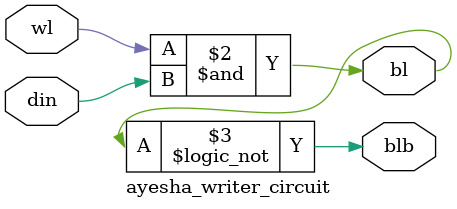
<source format=v>
module ayesha_writer_circuit(bl,blb,wl,din);
  input wl,din;
  output reg bl,blb;
  always @(wl,din) begin
    bl = wl & din;
    blb = !bl;
  end
endmodule

</source>
